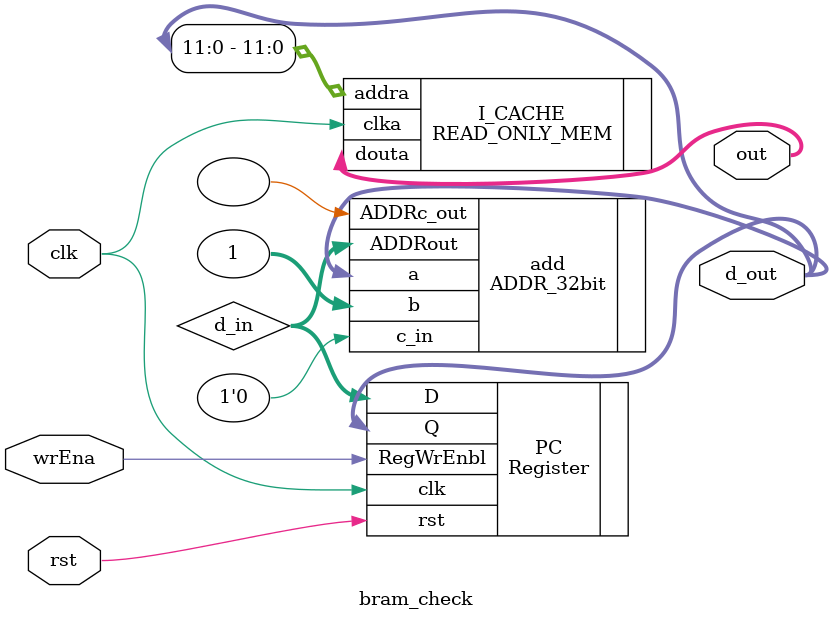
<source format=v>
`timescale 1ns / 1ps
module bram_check(input clk,
						input rst,
						input wrEna,
						output [31:0] out,
						output [31:0] d_out);

wire [31:0] d_in;

Register PC(.Q(d_out),.D(d_in),.clk(clk),.rst(rst),.RegWrEnbl(wrEna));
ADDR_32bit add(.a(d_out),.b(32'd1),.c_in(1'd0),.ADDRout(d_in),.ADDRc_out());

READ_ONLY_MEM I_CACHE (
  .clka(clk), // input clka
  .addra(d_out[11:0]), // input [11 : 0] addra
  .douta(out) // output [31 : 0] douta
);



endmodule

</source>
